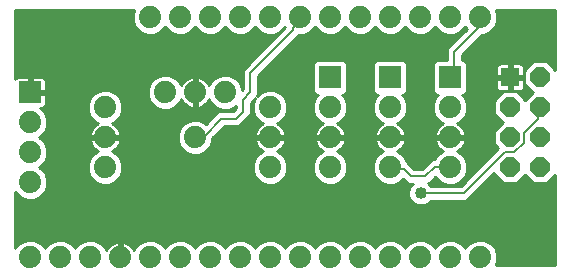
<source format=gbl>
G75*
%MOIN*%
%OFA0B0*%
%FSLAX25Y25*%
%IPPOS*%
%LPD*%
%AMOC8*
5,1,8,0,0,1.08239X$1,22.5*
%
%ADD10C,0.07400*%
%ADD11R,0.07400X0.07400*%
%ADD12R,0.06400X0.06400*%
%ADD13OC8,0.06400*%
%ADD14C,0.01000*%
%ADD15C,0.00800*%
%ADD16C,0.04000*%
D10*
X0423333Y0015400D03*
X0433333Y0015400D03*
X0443333Y0015400D03*
X0453333Y0015400D03*
X0463333Y0015400D03*
X0473333Y0015400D03*
X0483333Y0015400D03*
X0493333Y0015400D03*
X0503333Y0015400D03*
X0513333Y0015400D03*
X0523333Y0015400D03*
X0533333Y0015400D03*
X0543333Y0015400D03*
X0553333Y0015400D03*
X0563333Y0015400D03*
X0573333Y0015400D03*
X0423333Y0040400D03*
X0448333Y0045400D03*
X0423333Y0050400D03*
X0448333Y0055400D03*
X0423333Y0060400D03*
X0448333Y0065400D03*
X0468333Y0070400D03*
X0478333Y0070400D03*
X0488333Y0070400D03*
X0503333Y0065400D03*
X0523333Y0065400D03*
X0543333Y0065400D03*
X0563333Y0065400D03*
X0563333Y0055400D03*
X0543333Y0055400D03*
X0523333Y0055400D03*
X0503333Y0055400D03*
X0478333Y0055400D03*
X0503333Y0045400D03*
X0523333Y0045400D03*
X0543333Y0045400D03*
X0563333Y0045400D03*
X0563333Y0095400D03*
X0553333Y0095400D03*
X0543333Y0095400D03*
X0533333Y0095400D03*
X0523333Y0095400D03*
X0513333Y0095400D03*
X0503333Y0095400D03*
X0493333Y0095400D03*
X0483333Y0095400D03*
X0473333Y0095400D03*
X0463333Y0095400D03*
X0573333Y0095400D03*
D11*
X0563333Y0075400D03*
X0543333Y0075400D03*
X0523333Y0075400D03*
X0423333Y0070400D03*
D12*
X0583333Y0075400D03*
D13*
X0593333Y0075400D03*
X0593333Y0065400D03*
X0583333Y0065400D03*
X0583333Y0055400D03*
X0593333Y0055400D03*
X0593333Y0045400D03*
X0583333Y0045400D03*
D14*
X0418333Y0037315D02*
X0418333Y0018485D01*
X0418416Y0018685D01*
X0420048Y0020317D01*
X0422180Y0021200D01*
X0424487Y0021200D01*
X0426619Y0020317D01*
X0428250Y0018685D01*
X0428333Y0018485D01*
X0428416Y0018685D01*
X0430048Y0020317D01*
X0432180Y0021200D01*
X0434487Y0021200D01*
X0436619Y0020317D01*
X0438250Y0018685D01*
X0438333Y0018485D01*
X0438416Y0018685D01*
X0440048Y0020317D01*
X0442180Y0021200D01*
X0444487Y0021200D01*
X0446619Y0020317D01*
X0448250Y0018685D01*
X0448663Y0017688D01*
X0448886Y0018125D01*
X0449367Y0018788D01*
X0449946Y0019366D01*
X0450608Y0019847D01*
X0451337Y0020219D01*
X0452116Y0020472D01*
X0452833Y0020586D01*
X0452833Y0015900D01*
X0453833Y0015900D01*
X0453833Y0020586D01*
X0454551Y0020472D01*
X0455329Y0020219D01*
X0456059Y0019847D01*
X0456721Y0019366D01*
X0457300Y0018788D01*
X0457781Y0018125D01*
X0458003Y0017688D01*
X0458416Y0018685D01*
X0460048Y0020317D01*
X0462180Y0021200D01*
X0464487Y0021200D01*
X0466619Y0020317D01*
X0468250Y0018685D01*
X0468333Y0018485D01*
X0468416Y0018685D01*
X0470048Y0020317D01*
X0472180Y0021200D01*
X0474487Y0021200D01*
X0476619Y0020317D01*
X0478250Y0018685D01*
X0478333Y0018485D01*
X0478416Y0018685D01*
X0480048Y0020317D01*
X0482180Y0021200D01*
X0484487Y0021200D01*
X0486619Y0020317D01*
X0488250Y0018685D01*
X0488333Y0018485D01*
X0488416Y0018685D01*
X0490048Y0020317D01*
X0492180Y0021200D01*
X0494487Y0021200D01*
X0496619Y0020317D01*
X0498250Y0018685D01*
X0498333Y0018485D01*
X0498416Y0018685D01*
X0500048Y0020317D01*
X0502180Y0021200D01*
X0504487Y0021200D01*
X0506619Y0020317D01*
X0508250Y0018685D01*
X0508333Y0018485D01*
X0508416Y0018685D01*
X0510048Y0020317D01*
X0512180Y0021200D01*
X0514487Y0021200D01*
X0516619Y0020317D01*
X0518250Y0018685D01*
X0518333Y0018485D01*
X0518416Y0018685D01*
X0520048Y0020317D01*
X0522180Y0021200D01*
X0524487Y0021200D01*
X0526619Y0020317D01*
X0528250Y0018685D01*
X0528333Y0018485D01*
X0528416Y0018685D01*
X0530048Y0020317D01*
X0532180Y0021200D01*
X0534487Y0021200D01*
X0536619Y0020317D01*
X0538250Y0018685D01*
X0538333Y0018485D01*
X0538416Y0018685D01*
X0540048Y0020317D01*
X0542180Y0021200D01*
X0544487Y0021200D01*
X0546619Y0020317D01*
X0548250Y0018685D01*
X0548333Y0018485D01*
X0548416Y0018685D01*
X0550048Y0020317D01*
X0552180Y0021200D01*
X0554487Y0021200D01*
X0556619Y0020317D01*
X0558250Y0018685D01*
X0558333Y0018485D01*
X0558416Y0018685D01*
X0560048Y0020317D01*
X0562180Y0021200D01*
X0564487Y0021200D01*
X0566619Y0020317D01*
X0568250Y0018685D01*
X0568333Y0018485D01*
X0568416Y0018685D01*
X0570048Y0020317D01*
X0572180Y0021200D01*
X0574487Y0021200D01*
X0576619Y0020317D01*
X0578250Y0018685D01*
X0579133Y0016554D01*
X0579133Y0014246D01*
X0578534Y0012800D01*
X0598333Y0012800D01*
X0598333Y0042905D01*
X0595529Y0040100D01*
X0591138Y0040100D01*
X0588333Y0042905D01*
X0585529Y0040100D01*
X0581138Y0040100D01*
X0578033Y0043205D01*
X0578033Y0043364D01*
X0570053Y0035384D01*
X0569349Y0034681D01*
X0568431Y0034300D01*
X0556832Y0034300D01*
X0555856Y0033324D01*
X0554349Y0032700D01*
X0552718Y0032700D01*
X0551211Y0033324D01*
X0550058Y0034478D01*
X0549433Y0035984D01*
X0549433Y0037616D01*
X0550058Y0039122D01*
X0550835Y0039900D01*
X0549836Y0039900D01*
X0548917Y0040281D01*
X0547667Y0041531D01*
X0546619Y0040483D01*
X0544487Y0039600D01*
X0542180Y0039600D01*
X0540048Y0040483D01*
X0538416Y0042115D01*
X0537533Y0044246D01*
X0537533Y0046554D01*
X0538416Y0048685D01*
X0540048Y0050317D01*
X0541045Y0050730D01*
X0540608Y0050953D01*
X0539946Y0051434D01*
X0539367Y0052012D01*
X0538886Y0052675D01*
X0538514Y0053404D01*
X0538261Y0054182D01*
X0538148Y0054900D01*
X0542833Y0054900D01*
X0542833Y0055900D01*
X0538148Y0055900D01*
X0538261Y0056618D01*
X0538514Y0057396D01*
X0538886Y0058125D01*
X0539367Y0058788D01*
X0539946Y0059366D01*
X0540608Y0059847D01*
X0541045Y0060070D01*
X0540048Y0060483D01*
X0538416Y0062115D01*
X0537533Y0064246D01*
X0537533Y0066554D01*
X0538416Y0068685D01*
X0539331Y0069600D01*
X0538763Y0069600D01*
X0537533Y0070830D01*
X0537533Y0079970D01*
X0538763Y0081200D01*
X0547903Y0081200D01*
X0549133Y0079970D01*
X0549133Y0070830D01*
X0547903Y0069600D01*
X0547336Y0069600D01*
X0548250Y0068685D01*
X0549133Y0066554D01*
X0549133Y0064246D01*
X0548250Y0062115D01*
X0546619Y0060483D01*
X0545622Y0060070D01*
X0546059Y0059847D01*
X0546721Y0059366D01*
X0547300Y0058788D01*
X0547781Y0058125D01*
X0548152Y0057396D01*
X0548405Y0056618D01*
X0548519Y0055900D01*
X0543833Y0055900D01*
X0543833Y0054900D01*
X0548519Y0054900D01*
X0548405Y0054182D01*
X0548152Y0053404D01*
X0547781Y0052675D01*
X0547300Y0052012D01*
X0546721Y0051434D01*
X0546059Y0050953D01*
X0545622Y0050730D01*
X0546619Y0050317D01*
X0548250Y0048685D01*
X0548906Y0047103D01*
X0549349Y0046919D01*
X0550053Y0046216D01*
X0551369Y0044900D01*
X0554098Y0044900D01*
X0556917Y0047719D01*
X0557836Y0048100D01*
X0558174Y0048100D01*
X0558416Y0048685D01*
X0560048Y0050317D01*
X0561045Y0050730D01*
X0560608Y0050953D01*
X0559946Y0051434D01*
X0559367Y0052012D01*
X0558886Y0052675D01*
X0558514Y0053404D01*
X0558261Y0054182D01*
X0558148Y0054900D01*
X0562833Y0054900D01*
X0562833Y0055900D01*
X0558148Y0055900D01*
X0558261Y0056618D01*
X0558514Y0057396D01*
X0558886Y0058125D01*
X0559367Y0058788D01*
X0559946Y0059366D01*
X0560608Y0059847D01*
X0561045Y0060070D01*
X0560048Y0060483D01*
X0558416Y0062115D01*
X0557533Y0064246D01*
X0557533Y0066554D01*
X0558416Y0068685D01*
X0559331Y0069600D01*
X0558763Y0069600D01*
X0557533Y0070830D01*
X0557533Y0079970D01*
X0558763Y0081200D01*
X0562233Y0081200D01*
X0562233Y0084497D01*
X0562614Y0085416D01*
X0563317Y0086119D01*
X0568864Y0091667D01*
X0568416Y0092115D01*
X0568333Y0092315D01*
X0568250Y0092115D01*
X0566619Y0090483D01*
X0564487Y0089600D01*
X0562180Y0089600D01*
X0560048Y0090483D01*
X0558416Y0092115D01*
X0558333Y0092315D01*
X0558250Y0092115D01*
X0556619Y0090483D01*
X0554487Y0089600D01*
X0552180Y0089600D01*
X0550048Y0090483D01*
X0548416Y0092115D01*
X0548333Y0092315D01*
X0548250Y0092115D01*
X0546619Y0090483D01*
X0544487Y0089600D01*
X0542180Y0089600D01*
X0540048Y0090483D01*
X0538416Y0092115D01*
X0538333Y0092315D01*
X0538250Y0092115D01*
X0536619Y0090483D01*
X0534487Y0089600D01*
X0532180Y0089600D01*
X0530048Y0090483D01*
X0528416Y0092115D01*
X0528333Y0092315D01*
X0528250Y0092115D01*
X0526619Y0090483D01*
X0524487Y0089600D01*
X0522180Y0089600D01*
X0520048Y0090483D01*
X0518416Y0092115D01*
X0518333Y0092315D01*
X0518250Y0092115D01*
X0516619Y0090483D01*
X0514487Y0089600D01*
X0513069Y0089600D01*
X0512549Y0089081D01*
X0499233Y0075764D01*
X0499233Y0069903D01*
X0498950Y0069219D01*
X0500048Y0070317D01*
X0502180Y0071200D01*
X0504487Y0071200D01*
X0506619Y0070317D01*
X0508250Y0068685D01*
X0509133Y0066554D01*
X0509133Y0064246D01*
X0508250Y0062115D01*
X0506619Y0060483D01*
X0505622Y0060070D01*
X0506059Y0059847D01*
X0506721Y0059366D01*
X0507300Y0058788D01*
X0507781Y0058125D01*
X0508152Y0057396D01*
X0508405Y0056618D01*
X0508519Y0055900D01*
X0503833Y0055900D01*
X0503833Y0054900D01*
X0508519Y0054900D01*
X0508405Y0054182D01*
X0508152Y0053404D01*
X0507781Y0052675D01*
X0507300Y0052012D01*
X0506721Y0051434D01*
X0506059Y0050953D01*
X0505622Y0050730D01*
X0506619Y0050317D01*
X0508250Y0048685D01*
X0509133Y0046554D01*
X0509133Y0044246D01*
X0508250Y0042115D01*
X0506619Y0040483D01*
X0504487Y0039600D01*
X0502180Y0039600D01*
X0500048Y0040483D01*
X0498416Y0042115D01*
X0497533Y0044246D01*
X0497533Y0046554D01*
X0498416Y0048685D01*
X0500048Y0050317D01*
X0501045Y0050730D01*
X0500608Y0050953D01*
X0499946Y0051434D01*
X0499367Y0052012D01*
X0498886Y0052675D01*
X0498514Y0053404D01*
X0498261Y0054182D01*
X0498148Y0054900D01*
X0502833Y0054900D01*
X0502833Y0055900D01*
X0498148Y0055900D01*
X0498261Y0056618D01*
X0498514Y0057396D01*
X0498886Y0058125D01*
X0499367Y0058788D01*
X0499946Y0059366D01*
X0500608Y0059847D01*
X0501045Y0060070D01*
X0500048Y0060483D01*
X0498416Y0062115D01*
X0497533Y0064246D01*
X0497533Y0066554D01*
X0498319Y0068450D01*
X0498149Y0068281D01*
X0496833Y0066964D01*
X0496833Y0063503D01*
X0496453Y0062584D01*
X0495749Y0061881D01*
X0493349Y0059481D01*
X0492431Y0059100D01*
X0488169Y0059100D01*
X0484133Y0055064D01*
X0484133Y0054246D01*
X0483250Y0052115D01*
X0481619Y0050483D01*
X0479487Y0049600D01*
X0477180Y0049600D01*
X0475048Y0050483D01*
X0473416Y0052115D01*
X0472533Y0054246D01*
X0472533Y0056554D01*
X0473416Y0058685D01*
X0475048Y0060317D01*
X0477180Y0061200D01*
X0479487Y0061200D01*
X0481619Y0060317D01*
X0481967Y0059969D01*
X0485014Y0063016D01*
X0485014Y0063016D01*
X0485717Y0063719D01*
X0486636Y0064100D01*
X0490898Y0064100D01*
X0491833Y0065036D01*
X0491833Y0065698D01*
X0491619Y0065483D01*
X0489487Y0064600D01*
X0487180Y0064600D01*
X0485048Y0065483D01*
X0483416Y0067115D01*
X0483003Y0068112D01*
X0482781Y0067675D01*
X0482300Y0067012D01*
X0481721Y0066434D01*
X0481059Y0065953D01*
X0480329Y0065581D01*
X0479551Y0065328D01*
X0478833Y0065214D01*
X0478833Y0069900D01*
X0477833Y0069900D01*
X0477833Y0065214D01*
X0477116Y0065328D01*
X0476337Y0065581D01*
X0475608Y0065953D01*
X0474946Y0066434D01*
X0474367Y0067012D01*
X0473886Y0067675D01*
X0473663Y0068112D01*
X0473250Y0067115D01*
X0471619Y0065483D01*
X0469487Y0064600D01*
X0467180Y0064600D01*
X0465048Y0065483D01*
X0463416Y0067115D01*
X0462533Y0069246D01*
X0462533Y0071554D01*
X0463416Y0073685D01*
X0465048Y0075317D01*
X0467180Y0076200D01*
X0469487Y0076200D01*
X0471619Y0075317D01*
X0473250Y0073685D01*
X0473663Y0072688D01*
X0473886Y0073125D01*
X0474367Y0073788D01*
X0474946Y0074366D01*
X0475608Y0074847D01*
X0476337Y0075219D01*
X0477116Y0075472D01*
X0477833Y0075586D01*
X0477833Y0070900D01*
X0478833Y0070900D01*
X0478833Y0075586D01*
X0479551Y0075472D01*
X0480329Y0075219D01*
X0481059Y0074847D01*
X0481721Y0074366D01*
X0482300Y0073788D01*
X0482781Y0073125D01*
X0483003Y0072688D01*
X0483416Y0073685D01*
X0485048Y0075317D01*
X0487180Y0076200D01*
X0489487Y0076200D01*
X0491619Y0075317D01*
X0493250Y0073685D01*
X0494133Y0071554D01*
X0494133Y0071336D01*
X0494233Y0071436D01*
X0494233Y0077297D01*
X0494614Y0078216D01*
X0508464Y0092067D01*
X0508416Y0092115D01*
X0508333Y0092315D01*
X0508250Y0092115D01*
X0506619Y0090483D01*
X0504487Y0089600D01*
X0502180Y0089600D01*
X0500048Y0090483D01*
X0498416Y0092115D01*
X0498333Y0092315D01*
X0498250Y0092115D01*
X0496619Y0090483D01*
X0494487Y0089600D01*
X0492180Y0089600D01*
X0490048Y0090483D01*
X0488416Y0092115D01*
X0488333Y0092315D01*
X0488250Y0092115D01*
X0486619Y0090483D01*
X0484487Y0089600D01*
X0482180Y0089600D01*
X0480048Y0090483D01*
X0478416Y0092115D01*
X0478333Y0092315D01*
X0478250Y0092115D01*
X0476619Y0090483D01*
X0474487Y0089600D01*
X0472180Y0089600D01*
X0470048Y0090483D01*
X0468416Y0092115D01*
X0468333Y0092315D01*
X0468250Y0092115D01*
X0466619Y0090483D01*
X0464487Y0089600D01*
X0462180Y0089600D01*
X0460048Y0090483D01*
X0458416Y0092115D01*
X0457533Y0094246D01*
X0457533Y0096554D01*
X0458132Y0098000D01*
X0418333Y0098000D01*
X0418333Y0074848D01*
X0418433Y0075021D01*
X0418712Y0075300D01*
X0419054Y0075498D01*
X0419436Y0075600D01*
X0422833Y0075600D01*
X0422833Y0070900D01*
X0423833Y0070900D01*
X0423833Y0075600D01*
X0427231Y0075600D01*
X0427612Y0075498D01*
X0427954Y0075300D01*
X0428234Y0075021D01*
X0428431Y0074679D01*
X0428533Y0074297D01*
X0428533Y0070900D01*
X0423833Y0070900D01*
X0423833Y0069900D01*
X0428533Y0069900D01*
X0428533Y0066503D01*
X0428431Y0066121D01*
X0428234Y0065779D01*
X0427954Y0065500D01*
X0427612Y0065302D01*
X0427231Y0065200D01*
X0426736Y0065200D01*
X0428250Y0063685D01*
X0429133Y0061554D01*
X0429133Y0059246D01*
X0428250Y0057115D01*
X0426619Y0055483D01*
X0426418Y0055400D01*
X0426619Y0055317D01*
X0428250Y0053685D01*
X0429133Y0051554D01*
X0429133Y0049246D01*
X0428250Y0047115D01*
X0426619Y0045483D01*
X0426418Y0045400D01*
X0426619Y0045317D01*
X0428250Y0043685D01*
X0429133Y0041554D01*
X0429133Y0039246D01*
X0428250Y0037115D01*
X0426619Y0035483D01*
X0424487Y0034600D01*
X0422180Y0034600D01*
X0420048Y0035483D01*
X0418416Y0037115D01*
X0418333Y0037315D01*
X0418333Y0036361D02*
X0419170Y0036361D01*
X0418333Y0035363D02*
X0420338Y0035363D01*
X0418333Y0034364D02*
X0550171Y0034364D01*
X0549691Y0035363D02*
X0426329Y0035363D01*
X0427497Y0036361D02*
X0549433Y0036361D01*
X0549433Y0037360D02*
X0428352Y0037360D01*
X0428766Y0038358D02*
X0549741Y0038358D01*
X0550292Y0039357D02*
X0429133Y0039357D01*
X0429133Y0040355D02*
X0445356Y0040355D01*
X0445048Y0040483D02*
X0447180Y0039600D01*
X0449487Y0039600D01*
X0451619Y0040483D01*
X0453250Y0042115D01*
X0454133Y0044246D01*
X0454133Y0046554D01*
X0453250Y0048685D01*
X0451619Y0050317D01*
X0450622Y0050730D01*
X0451059Y0050953D01*
X0451721Y0051434D01*
X0452300Y0052012D01*
X0452781Y0052675D01*
X0453152Y0053404D01*
X0453405Y0054182D01*
X0453519Y0054900D01*
X0448833Y0054900D01*
X0448833Y0055900D01*
X0453519Y0055900D01*
X0453405Y0056618D01*
X0453152Y0057396D01*
X0452781Y0058125D01*
X0452300Y0058788D01*
X0451721Y0059366D01*
X0451059Y0059847D01*
X0450622Y0060070D01*
X0451619Y0060483D01*
X0453250Y0062115D01*
X0454133Y0064246D01*
X0454133Y0066554D01*
X0453250Y0068685D01*
X0451619Y0070317D01*
X0449487Y0071200D01*
X0447180Y0071200D01*
X0445048Y0070317D01*
X0443416Y0068685D01*
X0442533Y0066554D01*
X0442533Y0064246D01*
X0443416Y0062115D01*
X0445048Y0060483D01*
X0446045Y0060070D01*
X0445608Y0059847D01*
X0444946Y0059366D01*
X0444367Y0058788D01*
X0443886Y0058125D01*
X0443514Y0057396D01*
X0443261Y0056618D01*
X0443148Y0055900D01*
X0447833Y0055900D01*
X0447833Y0054900D01*
X0443148Y0054900D01*
X0443261Y0054182D01*
X0443514Y0053404D01*
X0443886Y0052675D01*
X0444367Y0052012D01*
X0444946Y0051434D01*
X0445608Y0050953D01*
X0446045Y0050730D01*
X0445048Y0050317D01*
X0443416Y0048685D01*
X0442533Y0046554D01*
X0442533Y0044246D01*
X0443416Y0042115D01*
X0445048Y0040483D01*
X0444177Y0041354D02*
X0429133Y0041354D01*
X0428802Y0042352D02*
X0443318Y0042352D01*
X0442904Y0043351D02*
X0428389Y0043351D01*
X0427586Y0044349D02*
X0442533Y0044349D01*
X0442533Y0045348D02*
X0426544Y0045348D01*
X0427482Y0046346D02*
X0442533Y0046346D01*
X0442861Y0047345D02*
X0428346Y0047345D01*
X0428759Y0048343D02*
X0443275Y0048343D01*
X0444073Y0049342D02*
X0429133Y0049342D01*
X0429133Y0050340D02*
X0445105Y0050340D01*
X0445076Y0051339D02*
X0429133Y0051339D01*
X0428809Y0052337D02*
X0444131Y0052337D01*
X0443549Y0053336D02*
X0428395Y0053336D01*
X0427601Y0054334D02*
X0443237Y0054334D01*
X0447833Y0055333D02*
X0426580Y0055333D01*
X0427467Y0056332D02*
X0443216Y0056332D01*
X0443493Y0057330D02*
X0428340Y0057330D01*
X0428753Y0058329D02*
X0444033Y0058329D01*
X0444906Y0059327D02*
X0429133Y0059327D01*
X0429133Y0060326D02*
X0445428Y0060326D01*
X0444207Y0061324D02*
X0429133Y0061324D01*
X0428815Y0062323D02*
X0443330Y0062323D01*
X0442917Y0063321D02*
X0428401Y0063321D01*
X0427616Y0064320D02*
X0442533Y0064320D01*
X0442533Y0065318D02*
X0427640Y0065318D01*
X0428484Y0066317D02*
X0442533Y0066317D01*
X0442849Y0067315D02*
X0428533Y0067315D01*
X0428533Y0068314D02*
X0443262Y0068314D01*
X0444043Y0069312D02*
X0428533Y0069312D01*
X0428533Y0071309D02*
X0462533Y0071309D01*
X0462533Y0070311D02*
X0451625Y0070311D01*
X0452624Y0069312D02*
X0462533Y0069312D01*
X0462920Y0068314D02*
X0453404Y0068314D01*
X0453818Y0067315D02*
X0463333Y0067315D01*
X0464214Y0066317D02*
X0454133Y0066317D01*
X0454133Y0065318D02*
X0465446Y0065318D01*
X0471221Y0065318D02*
X0477178Y0065318D01*
X0477833Y0065318D02*
X0478833Y0065318D01*
X0479488Y0065318D02*
X0485446Y0065318D01*
X0484214Y0066317D02*
X0481560Y0066317D01*
X0482520Y0067315D02*
X0483333Y0067315D01*
X0478833Y0067315D02*
X0477833Y0067315D01*
X0477833Y0066317D02*
X0478833Y0066317D01*
X0475107Y0066317D02*
X0472452Y0066317D01*
X0473333Y0067315D02*
X0474147Y0067315D01*
X0477833Y0068314D02*
X0478833Y0068314D01*
X0478833Y0069312D02*
X0477833Y0069312D01*
X0477833Y0071309D02*
X0478833Y0071309D01*
X0478833Y0072308D02*
X0477833Y0072308D01*
X0477833Y0073306D02*
X0478833Y0073306D01*
X0478833Y0074305D02*
X0477833Y0074305D01*
X0477833Y0075303D02*
X0478833Y0075303D01*
X0480070Y0075303D02*
X0485034Y0075303D01*
X0484036Y0074305D02*
X0481782Y0074305D01*
X0482649Y0073306D02*
X0483259Y0073306D01*
X0492631Y0074305D02*
X0494233Y0074305D01*
X0494233Y0075303D02*
X0491633Y0075303D01*
X0494233Y0076302D02*
X0418333Y0076302D01*
X0418333Y0077300D02*
X0494235Y0077300D01*
X0494697Y0078299D02*
X0418333Y0078299D01*
X0418333Y0079297D02*
X0495695Y0079297D01*
X0496694Y0080296D02*
X0418333Y0080296D01*
X0418333Y0081294D02*
X0497692Y0081294D01*
X0498691Y0082293D02*
X0418333Y0082293D01*
X0418333Y0083291D02*
X0499689Y0083291D01*
X0500688Y0084290D02*
X0418333Y0084290D01*
X0418333Y0085288D02*
X0501686Y0085288D01*
X0502685Y0086287D02*
X0418333Y0086287D01*
X0418333Y0087285D02*
X0503683Y0087285D01*
X0504682Y0088284D02*
X0418333Y0088284D01*
X0418333Y0089282D02*
X0505680Y0089282D01*
X0506131Y0090281D02*
X0506679Y0090281D01*
X0507415Y0091279D02*
X0507677Y0091279D01*
X0508318Y0092278D02*
X0508349Y0092278D01*
X0517415Y0091279D02*
X0519251Y0091279D01*
X0518349Y0092278D02*
X0518318Y0092278D01*
X0527415Y0091279D02*
X0529251Y0091279D01*
X0528349Y0092278D02*
X0528318Y0092278D01*
X0526131Y0090281D02*
X0530536Y0090281D01*
X0536131Y0090281D02*
X0540536Y0090281D01*
X0539251Y0091279D02*
X0537415Y0091279D01*
X0538318Y0092278D02*
X0538349Y0092278D01*
X0547415Y0091279D02*
X0549251Y0091279D01*
X0548349Y0092278D02*
X0548318Y0092278D01*
X0546131Y0090281D02*
X0550536Y0090281D01*
X0556131Y0090281D02*
X0560536Y0090281D01*
X0559251Y0091279D02*
X0557415Y0091279D01*
X0558318Y0092278D02*
X0558349Y0092278D01*
X0566131Y0090281D02*
X0567479Y0090281D01*
X0567415Y0091279D02*
X0568477Y0091279D01*
X0568349Y0092278D02*
X0568318Y0092278D01*
X0576619Y0090483D02*
X0578250Y0092115D01*
X0579133Y0094246D01*
X0579133Y0096554D01*
X0578534Y0098000D01*
X0598333Y0098000D01*
X0598333Y0077895D01*
X0595529Y0080700D01*
X0591138Y0080700D01*
X0588033Y0077595D01*
X0588033Y0073205D01*
X0590838Y0070400D01*
X0588333Y0067895D01*
X0585529Y0070700D01*
X0581138Y0070700D01*
X0578033Y0067595D01*
X0578033Y0063205D01*
X0580838Y0060400D01*
X0578033Y0057595D01*
X0578033Y0053205D01*
X0579418Y0051820D01*
X0566898Y0039300D01*
X0556832Y0039300D01*
X0556056Y0040076D01*
X0556549Y0040281D01*
X0557253Y0040984D01*
X0558407Y0042138D01*
X0558416Y0042115D01*
X0560048Y0040483D01*
X0562180Y0039600D01*
X0564487Y0039600D01*
X0566619Y0040483D01*
X0568250Y0042115D01*
X0569133Y0044246D01*
X0569133Y0046554D01*
X0568250Y0048685D01*
X0566619Y0050317D01*
X0565622Y0050730D01*
X0566059Y0050953D01*
X0566721Y0051434D01*
X0567300Y0052012D01*
X0567781Y0052675D01*
X0568152Y0053404D01*
X0568405Y0054182D01*
X0568519Y0054900D01*
X0563833Y0054900D01*
X0563833Y0055900D01*
X0568519Y0055900D01*
X0568405Y0056618D01*
X0568152Y0057396D01*
X0567781Y0058125D01*
X0567300Y0058788D01*
X0566721Y0059366D01*
X0566059Y0059847D01*
X0565622Y0060070D01*
X0566619Y0060483D01*
X0568250Y0062115D01*
X0569133Y0064246D01*
X0569133Y0066554D01*
X0568250Y0068685D01*
X0567336Y0069600D01*
X0567903Y0069600D01*
X0569133Y0070830D01*
X0569133Y0079970D01*
X0567903Y0081200D01*
X0567233Y0081200D01*
X0567233Y0082964D01*
X0573869Y0089600D01*
X0574487Y0089600D01*
X0576619Y0090483D01*
X0576131Y0090281D02*
X0598333Y0090281D01*
X0598333Y0091279D02*
X0577415Y0091279D01*
X0578318Y0092278D02*
X0598333Y0092278D01*
X0598333Y0093276D02*
X0578732Y0093276D01*
X0579133Y0094275D02*
X0598333Y0094275D01*
X0598333Y0095273D02*
X0579133Y0095273D01*
X0579133Y0096272D02*
X0598333Y0096272D01*
X0598333Y0097270D02*
X0578836Y0097270D01*
X0573551Y0089282D02*
X0598333Y0089282D01*
X0598333Y0088284D02*
X0572553Y0088284D01*
X0571554Y0087285D02*
X0598333Y0087285D01*
X0598333Y0086287D02*
X0570556Y0086287D01*
X0569557Y0085288D02*
X0598333Y0085288D01*
X0598333Y0084290D02*
X0568559Y0084290D01*
X0567560Y0083291D02*
X0598333Y0083291D01*
X0598333Y0082293D02*
X0567233Y0082293D01*
X0567233Y0081294D02*
X0598333Y0081294D01*
X0598333Y0080296D02*
X0595933Y0080296D01*
X0596931Y0079297D02*
X0598333Y0079297D01*
X0598333Y0078299D02*
X0597930Y0078299D01*
X0590734Y0080296D02*
X0568807Y0080296D01*
X0569133Y0079297D02*
X0578804Y0079297D01*
X0578736Y0079179D02*
X0578633Y0078797D01*
X0578633Y0075900D01*
X0582833Y0075900D01*
X0582833Y0074900D01*
X0578633Y0074900D01*
X0578633Y0072003D01*
X0578736Y0071621D01*
X0578933Y0071279D01*
X0579212Y0071000D01*
X0579554Y0070802D01*
X0579936Y0070700D01*
X0582833Y0070700D01*
X0582833Y0074900D01*
X0583833Y0074900D01*
X0583833Y0070700D01*
X0586731Y0070700D01*
X0587112Y0070802D01*
X0587454Y0071000D01*
X0587734Y0071279D01*
X0587931Y0071621D01*
X0588033Y0072003D01*
X0588033Y0074900D01*
X0583833Y0074900D01*
X0583833Y0075900D01*
X0582833Y0075900D01*
X0582833Y0080100D01*
X0579936Y0080100D01*
X0579554Y0079998D01*
X0579212Y0079800D01*
X0578933Y0079521D01*
X0578736Y0079179D01*
X0578633Y0078299D02*
X0569133Y0078299D01*
X0569133Y0077300D02*
X0578633Y0077300D01*
X0578633Y0076302D02*
X0569133Y0076302D01*
X0569133Y0075303D02*
X0582833Y0075303D01*
X0582833Y0074305D02*
X0583833Y0074305D01*
X0583833Y0075303D02*
X0588033Y0075303D01*
X0588033Y0075900D02*
X0583833Y0075900D01*
X0583833Y0080100D01*
X0586731Y0080100D01*
X0587112Y0079998D01*
X0587454Y0079800D01*
X0587734Y0079521D01*
X0587931Y0079179D01*
X0588033Y0078797D01*
X0588033Y0075900D01*
X0588033Y0076302D02*
X0588033Y0076302D01*
X0588033Y0077300D02*
X0588033Y0077300D01*
X0588033Y0078299D02*
X0588737Y0078299D01*
X0587863Y0079297D02*
X0589735Y0079297D01*
X0583833Y0079297D02*
X0582833Y0079297D01*
X0582833Y0078299D02*
X0583833Y0078299D01*
X0583833Y0077300D02*
X0582833Y0077300D01*
X0582833Y0076302D02*
X0583833Y0076302D01*
X0588033Y0074305D02*
X0588033Y0074305D01*
X0588033Y0073306D02*
X0588033Y0073306D01*
X0588033Y0072308D02*
X0588930Y0072308D01*
X0589929Y0071309D02*
X0587751Y0071309D01*
X0585918Y0070311D02*
X0590749Y0070311D01*
X0589750Y0069312D02*
X0586916Y0069312D01*
X0587915Y0068314D02*
X0588752Y0068314D01*
X0580749Y0070311D02*
X0568614Y0070311D01*
X0569133Y0071309D02*
X0578916Y0071309D01*
X0578633Y0072308D02*
X0569133Y0072308D01*
X0569133Y0073306D02*
X0578633Y0073306D01*
X0578633Y0074305D02*
X0569133Y0074305D01*
X0557533Y0074305D02*
X0549133Y0074305D01*
X0549133Y0075303D02*
X0557533Y0075303D01*
X0557533Y0076302D02*
X0549133Y0076302D01*
X0549133Y0077300D02*
X0557533Y0077300D01*
X0557533Y0078299D02*
X0549133Y0078299D01*
X0549133Y0079297D02*
X0557533Y0079297D01*
X0557859Y0080296D02*
X0548807Y0080296D01*
X0537859Y0080296D02*
X0528807Y0080296D01*
X0529133Y0079970D02*
X0527903Y0081200D01*
X0518763Y0081200D01*
X0517533Y0079970D01*
X0517533Y0070830D01*
X0518763Y0069600D01*
X0519331Y0069600D01*
X0518416Y0068685D01*
X0517533Y0066554D01*
X0517533Y0064246D01*
X0518416Y0062115D01*
X0520048Y0060483D01*
X0521045Y0060070D01*
X0520608Y0059847D01*
X0519946Y0059366D01*
X0519367Y0058788D01*
X0518886Y0058125D01*
X0518514Y0057396D01*
X0518261Y0056618D01*
X0518148Y0055900D01*
X0522833Y0055900D01*
X0522833Y0054900D01*
X0518148Y0054900D01*
X0518261Y0054182D01*
X0518514Y0053404D01*
X0518886Y0052675D01*
X0519367Y0052012D01*
X0519946Y0051434D01*
X0520608Y0050953D01*
X0521045Y0050730D01*
X0520048Y0050317D01*
X0518416Y0048685D01*
X0517533Y0046554D01*
X0517533Y0044246D01*
X0518416Y0042115D01*
X0520048Y0040483D01*
X0522180Y0039600D01*
X0524487Y0039600D01*
X0526619Y0040483D01*
X0528250Y0042115D01*
X0529133Y0044246D01*
X0529133Y0046554D01*
X0528250Y0048685D01*
X0526619Y0050317D01*
X0525622Y0050730D01*
X0526059Y0050953D01*
X0526721Y0051434D01*
X0527300Y0052012D01*
X0527781Y0052675D01*
X0528152Y0053404D01*
X0528405Y0054182D01*
X0528519Y0054900D01*
X0523833Y0054900D01*
X0523833Y0055900D01*
X0528519Y0055900D01*
X0528405Y0056618D01*
X0528152Y0057396D01*
X0527781Y0058125D01*
X0527300Y0058788D01*
X0526721Y0059366D01*
X0526059Y0059847D01*
X0525622Y0060070D01*
X0526619Y0060483D01*
X0528250Y0062115D01*
X0529133Y0064246D01*
X0529133Y0066554D01*
X0528250Y0068685D01*
X0527336Y0069600D01*
X0527903Y0069600D01*
X0529133Y0070830D01*
X0529133Y0079970D01*
X0529133Y0079297D02*
X0537533Y0079297D01*
X0537533Y0078299D02*
X0529133Y0078299D01*
X0529133Y0077300D02*
X0537533Y0077300D01*
X0537533Y0076302D02*
X0529133Y0076302D01*
X0529133Y0075303D02*
X0537533Y0075303D01*
X0537533Y0074305D02*
X0529133Y0074305D01*
X0529133Y0073306D02*
X0537533Y0073306D01*
X0537533Y0072308D02*
X0529133Y0072308D01*
X0529133Y0071309D02*
X0537533Y0071309D01*
X0538053Y0070311D02*
X0528614Y0070311D01*
X0527624Y0069312D02*
X0539043Y0069312D01*
X0538262Y0068314D02*
X0528404Y0068314D01*
X0528818Y0067315D02*
X0537849Y0067315D01*
X0537533Y0066317D02*
X0529133Y0066317D01*
X0529133Y0065318D02*
X0537533Y0065318D01*
X0537533Y0064320D02*
X0529133Y0064320D01*
X0528750Y0063321D02*
X0537917Y0063321D01*
X0538330Y0062323D02*
X0528336Y0062323D01*
X0527460Y0061324D02*
X0539207Y0061324D01*
X0540428Y0060326D02*
X0526239Y0060326D01*
X0526760Y0059327D02*
X0539906Y0059327D01*
X0539033Y0058329D02*
X0527633Y0058329D01*
X0528174Y0057330D02*
X0538493Y0057330D01*
X0538216Y0056332D02*
X0528451Y0056332D01*
X0523833Y0055333D02*
X0542833Y0055333D01*
X0543833Y0055333D02*
X0562833Y0055333D01*
X0563833Y0055333D02*
X0578033Y0055333D01*
X0578033Y0054334D02*
X0568429Y0054334D01*
X0568118Y0053336D02*
X0578033Y0053336D01*
X0578901Y0052337D02*
X0567536Y0052337D01*
X0566591Y0051339D02*
X0578937Y0051339D01*
X0577938Y0050340D02*
X0566562Y0050340D01*
X0567594Y0049342D02*
X0576940Y0049342D01*
X0575941Y0048343D02*
X0568392Y0048343D01*
X0568806Y0047345D02*
X0574943Y0047345D01*
X0573944Y0046346D02*
X0569133Y0046346D01*
X0569133Y0045348D02*
X0572946Y0045348D01*
X0571947Y0044349D02*
X0569133Y0044349D01*
X0568762Y0043351D02*
X0570949Y0043351D01*
X0569950Y0042352D02*
X0568349Y0042352D01*
X0568952Y0041354D02*
X0567490Y0041354D01*
X0567953Y0040355D02*
X0566311Y0040355D01*
X0566955Y0039357D02*
X0556775Y0039357D01*
X0556624Y0040355D02*
X0560356Y0040355D01*
X0559177Y0041354D02*
X0557623Y0041354D01*
X0548842Y0040355D02*
X0546311Y0040355D01*
X0547490Y0041354D02*
X0547844Y0041354D01*
X0540356Y0040355D02*
X0526311Y0040355D01*
X0527490Y0041354D02*
X0539177Y0041354D01*
X0538318Y0042352D02*
X0528349Y0042352D01*
X0528762Y0043351D02*
X0537904Y0043351D01*
X0537533Y0044349D02*
X0529133Y0044349D01*
X0529133Y0045348D02*
X0537533Y0045348D01*
X0537533Y0046346D02*
X0529133Y0046346D01*
X0528806Y0047345D02*
X0537861Y0047345D01*
X0538275Y0048343D02*
X0528392Y0048343D01*
X0527594Y0049342D02*
X0539073Y0049342D01*
X0540105Y0050340D02*
X0526562Y0050340D01*
X0526591Y0051339D02*
X0540076Y0051339D01*
X0539131Y0052337D02*
X0527536Y0052337D01*
X0528118Y0053336D02*
X0538549Y0053336D01*
X0538237Y0054334D02*
X0528429Y0054334D01*
X0522833Y0055333D02*
X0503833Y0055333D01*
X0502833Y0055333D02*
X0484402Y0055333D01*
X0484133Y0054334D02*
X0498237Y0054334D01*
X0498549Y0053336D02*
X0483756Y0053336D01*
X0483343Y0052337D02*
X0499131Y0052337D01*
X0500076Y0051339D02*
X0482475Y0051339D01*
X0481275Y0050340D02*
X0500105Y0050340D01*
X0499073Y0049342D02*
X0452594Y0049342D01*
X0453392Y0048343D02*
X0498275Y0048343D01*
X0497861Y0047345D02*
X0453806Y0047345D01*
X0454133Y0046346D02*
X0497533Y0046346D01*
X0497533Y0045348D02*
X0454133Y0045348D01*
X0454133Y0044349D02*
X0497533Y0044349D01*
X0497904Y0043351D02*
X0453762Y0043351D01*
X0453349Y0042352D02*
X0498318Y0042352D01*
X0499177Y0041354D02*
X0452490Y0041354D01*
X0451311Y0040355D02*
X0500356Y0040355D01*
X0506311Y0040355D02*
X0520356Y0040355D01*
X0519177Y0041354D02*
X0507490Y0041354D01*
X0508349Y0042352D02*
X0518318Y0042352D01*
X0517904Y0043351D02*
X0508762Y0043351D01*
X0509133Y0044349D02*
X0517533Y0044349D01*
X0517533Y0045348D02*
X0509133Y0045348D01*
X0509133Y0046346D02*
X0517533Y0046346D01*
X0517861Y0047345D02*
X0508806Y0047345D01*
X0508392Y0048343D02*
X0518275Y0048343D01*
X0519073Y0049342D02*
X0507594Y0049342D01*
X0506562Y0050340D02*
X0520105Y0050340D01*
X0520076Y0051339D02*
X0506591Y0051339D01*
X0507536Y0052337D02*
X0519131Y0052337D01*
X0518549Y0053336D02*
X0508118Y0053336D01*
X0508429Y0054334D02*
X0518237Y0054334D01*
X0518216Y0056332D02*
X0508451Y0056332D01*
X0508174Y0057330D02*
X0518493Y0057330D01*
X0519033Y0058329D02*
X0507633Y0058329D01*
X0506760Y0059327D02*
X0519906Y0059327D01*
X0520428Y0060326D02*
X0506239Y0060326D01*
X0507460Y0061324D02*
X0519207Y0061324D01*
X0518330Y0062323D02*
X0508336Y0062323D01*
X0508750Y0063321D02*
X0517917Y0063321D01*
X0517533Y0064320D02*
X0509133Y0064320D01*
X0509133Y0065318D02*
X0517533Y0065318D01*
X0517533Y0066317D02*
X0509133Y0066317D01*
X0508818Y0067315D02*
X0517849Y0067315D01*
X0518262Y0068314D02*
X0508404Y0068314D01*
X0507624Y0069312D02*
X0519043Y0069312D01*
X0518053Y0070311D02*
X0506625Y0070311D01*
X0500042Y0070311D02*
X0499233Y0070311D01*
X0499233Y0071309D02*
X0517533Y0071309D01*
X0517533Y0072308D02*
X0499233Y0072308D01*
X0499233Y0073306D02*
X0517533Y0073306D01*
X0517533Y0074305D02*
X0499233Y0074305D01*
X0499233Y0075303D02*
X0517533Y0075303D01*
X0517533Y0076302D02*
X0499771Y0076302D01*
X0500769Y0077300D02*
X0517533Y0077300D01*
X0517533Y0078299D02*
X0501768Y0078299D01*
X0502766Y0079297D02*
X0517533Y0079297D01*
X0517859Y0080296D02*
X0503765Y0080296D01*
X0504763Y0081294D02*
X0562233Y0081294D01*
X0562233Y0082293D02*
X0505762Y0082293D01*
X0506760Y0083291D02*
X0562233Y0083291D01*
X0562233Y0084290D02*
X0507759Y0084290D01*
X0508757Y0085288D02*
X0562561Y0085288D01*
X0563485Y0086287D02*
X0509756Y0086287D01*
X0510754Y0087285D02*
X0564483Y0087285D01*
X0565482Y0088284D02*
X0511753Y0088284D01*
X0512751Y0089282D02*
X0566480Y0089282D01*
X0520536Y0090281D02*
X0516131Y0090281D01*
X0500536Y0090281D02*
X0496131Y0090281D01*
X0497415Y0091279D02*
X0499251Y0091279D01*
X0498349Y0092278D02*
X0498318Y0092278D01*
X0489251Y0091279D02*
X0487415Y0091279D01*
X0488318Y0092278D02*
X0488349Y0092278D01*
X0490536Y0090281D02*
X0486131Y0090281D01*
X0480536Y0090281D02*
X0476131Y0090281D01*
X0477415Y0091279D02*
X0479251Y0091279D01*
X0478349Y0092278D02*
X0478318Y0092278D01*
X0470536Y0090281D02*
X0466131Y0090281D01*
X0467415Y0091279D02*
X0469251Y0091279D01*
X0468349Y0092278D02*
X0468318Y0092278D01*
X0459251Y0091279D02*
X0418333Y0091279D01*
X0418333Y0090281D02*
X0460536Y0090281D01*
X0458349Y0092278D02*
X0418333Y0092278D01*
X0418333Y0093276D02*
X0457935Y0093276D01*
X0457533Y0094275D02*
X0418333Y0094275D01*
X0418333Y0095273D02*
X0457533Y0095273D01*
X0457533Y0096272D02*
X0418333Y0096272D01*
X0418333Y0097270D02*
X0457830Y0097270D01*
X0465034Y0075303D02*
X0427949Y0075303D01*
X0428531Y0074305D02*
X0464036Y0074305D01*
X0463259Y0073306D02*
X0428533Y0073306D01*
X0428533Y0072308D02*
X0462846Y0072308D01*
X0472631Y0074305D02*
X0474884Y0074305D01*
X0474017Y0073306D02*
X0473407Y0073306D01*
X0471633Y0075303D02*
X0476596Y0075303D01*
X0493407Y0073306D02*
X0494233Y0073306D01*
X0494233Y0072308D02*
X0493821Y0072308D01*
X0498989Y0069312D02*
X0499043Y0069312D01*
X0498262Y0068314D02*
X0498183Y0068314D01*
X0497849Y0067315D02*
X0497184Y0067315D01*
X0496833Y0066317D02*
X0497533Y0066317D01*
X0497533Y0065318D02*
X0496833Y0065318D01*
X0496833Y0064320D02*
X0497533Y0064320D01*
X0497917Y0063321D02*
X0496758Y0063321D01*
X0496191Y0062323D02*
X0498330Y0062323D01*
X0499207Y0061324D02*
X0495193Y0061324D01*
X0494194Y0060326D02*
X0500428Y0060326D01*
X0499906Y0059327D02*
X0492979Y0059327D01*
X0487397Y0058329D02*
X0499033Y0058329D01*
X0498493Y0057330D02*
X0486399Y0057330D01*
X0485400Y0056332D02*
X0498216Y0056332D01*
X0482323Y0060326D02*
X0481598Y0060326D01*
X0483322Y0061324D02*
X0452460Y0061324D01*
X0453336Y0062323D02*
X0484320Y0062323D01*
X0485319Y0063321D02*
X0453750Y0063321D01*
X0454133Y0064320D02*
X0491117Y0064320D01*
X0491221Y0065318D02*
X0491833Y0065318D01*
X0475069Y0060326D02*
X0451239Y0060326D01*
X0451760Y0059327D02*
X0474058Y0059327D01*
X0473269Y0058329D02*
X0452633Y0058329D01*
X0453174Y0057330D02*
X0472855Y0057330D01*
X0472533Y0056332D02*
X0453451Y0056332D01*
X0448833Y0055333D02*
X0472533Y0055333D01*
X0472533Y0054334D02*
X0453429Y0054334D01*
X0453118Y0053336D02*
X0472910Y0053336D01*
X0473324Y0052337D02*
X0452536Y0052337D01*
X0451591Y0051339D02*
X0474192Y0051339D01*
X0475392Y0050340D02*
X0451562Y0050340D01*
X0546562Y0050340D02*
X0560105Y0050340D01*
X0560076Y0051339D02*
X0546591Y0051339D01*
X0547536Y0052337D02*
X0559131Y0052337D01*
X0558549Y0053336D02*
X0548118Y0053336D01*
X0548429Y0054334D02*
X0558237Y0054334D01*
X0558216Y0056332D02*
X0548451Y0056332D01*
X0548174Y0057330D02*
X0558493Y0057330D01*
X0559033Y0058329D02*
X0547633Y0058329D01*
X0546760Y0059327D02*
X0559906Y0059327D01*
X0560428Y0060326D02*
X0546239Y0060326D01*
X0547460Y0061324D02*
X0559207Y0061324D01*
X0558330Y0062323D02*
X0548336Y0062323D01*
X0548750Y0063321D02*
X0557917Y0063321D01*
X0557533Y0064320D02*
X0549133Y0064320D01*
X0549133Y0065318D02*
X0557533Y0065318D01*
X0557533Y0066317D02*
X0549133Y0066317D01*
X0548818Y0067315D02*
X0557849Y0067315D01*
X0558262Y0068314D02*
X0548404Y0068314D01*
X0547624Y0069312D02*
X0559043Y0069312D01*
X0558053Y0070311D02*
X0548614Y0070311D01*
X0549133Y0071309D02*
X0557533Y0071309D01*
X0557533Y0072308D02*
X0549133Y0072308D01*
X0549133Y0073306D02*
X0557533Y0073306D01*
X0567624Y0069312D02*
X0579750Y0069312D01*
X0578752Y0068314D02*
X0568404Y0068314D01*
X0568818Y0067315D02*
X0578033Y0067315D01*
X0578033Y0066317D02*
X0569133Y0066317D01*
X0569133Y0065318D02*
X0578033Y0065318D01*
X0578033Y0064320D02*
X0569133Y0064320D01*
X0568750Y0063321D02*
X0578033Y0063321D01*
X0578915Y0062323D02*
X0568336Y0062323D01*
X0567460Y0061324D02*
X0579914Y0061324D01*
X0580764Y0060326D02*
X0566239Y0060326D01*
X0566760Y0059327D02*
X0579765Y0059327D01*
X0578767Y0058329D02*
X0567633Y0058329D01*
X0568174Y0057330D02*
X0578033Y0057330D01*
X0578033Y0056332D02*
X0568451Y0056332D01*
X0559073Y0049342D02*
X0547594Y0049342D01*
X0548392Y0048343D02*
X0558275Y0048343D01*
X0556543Y0047345D02*
X0548806Y0047345D01*
X0549922Y0046346D02*
X0555544Y0046346D01*
X0554546Y0045348D02*
X0550921Y0045348D01*
X0576023Y0041354D02*
X0579884Y0041354D01*
X0578886Y0042352D02*
X0577021Y0042352D01*
X0578020Y0043351D02*
X0578033Y0043351D01*
X0586782Y0041354D02*
X0589884Y0041354D01*
X0588886Y0042352D02*
X0587781Y0042352D01*
X0596783Y0041354D02*
X0598333Y0041354D01*
X0598333Y0042352D02*
X0597781Y0042352D01*
X0598333Y0040355D02*
X0595784Y0040355D01*
X0598333Y0039357D02*
X0574026Y0039357D01*
X0575024Y0040355D02*
X0580883Y0040355D01*
X0585784Y0040355D02*
X0590883Y0040355D01*
X0598333Y0038358D02*
X0573027Y0038358D01*
X0572029Y0037360D02*
X0598333Y0037360D01*
X0598333Y0036361D02*
X0571030Y0036361D01*
X0570032Y0035363D02*
X0598333Y0035363D01*
X0598333Y0034364D02*
X0568586Y0034364D01*
X0555897Y0033366D02*
X0598333Y0033366D01*
X0598333Y0032367D02*
X0418333Y0032367D01*
X0418333Y0031369D02*
X0598333Y0031369D01*
X0598333Y0030370D02*
X0418333Y0030370D01*
X0418333Y0029372D02*
X0598333Y0029372D01*
X0598333Y0028373D02*
X0418333Y0028373D01*
X0418333Y0027375D02*
X0598333Y0027375D01*
X0598333Y0026376D02*
X0418333Y0026376D01*
X0418333Y0025378D02*
X0598333Y0025378D01*
X0598333Y0024379D02*
X0418333Y0024379D01*
X0418333Y0023381D02*
X0598333Y0023381D01*
X0598333Y0022382D02*
X0418333Y0022382D01*
X0418333Y0021384D02*
X0598333Y0021384D01*
X0598333Y0020385D02*
X0576454Y0020385D01*
X0577549Y0019387D02*
X0598333Y0019387D01*
X0598333Y0018388D02*
X0578373Y0018388D01*
X0578787Y0017390D02*
X0598333Y0017390D01*
X0598333Y0016391D02*
X0579133Y0016391D01*
X0579133Y0015393D02*
X0598333Y0015393D01*
X0598333Y0014394D02*
X0579133Y0014394D01*
X0578781Y0013396D02*
X0598333Y0013396D01*
X0569117Y0019387D02*
X0567549Y0019387D01*
X0566454Y0020385D02*
X0570212Y0020385D01*
X0560212Y0020385D02*
X0556454Y0020385D01*
X0557549Y0019387D02*
X0559117Y0019387D01*
X0550212Y0020385D02*
X0546454Y0020385D01*
X0547549Y0019387D02*
X0549117Y0019387D01*
X0540212Y0020385D02*
X0536454Y0020385D01*
X0537549Y0019387D02*
X0539117Y0019387D01*
X0530212Y0020385D02*
X0526454Y0020385D01*
X0527549Y0019387D02*
X0529117Y0019387D01*
X0520212Y0020385D02*
X0516454Y0020385D01*
X0517549Y0019387D02*
X0519117Y0019387D01*
X0510212Y0020385D02*
X0506454Y0020385D01*
X0507549Y0019387D02*
X0509117Y0019387D01*
X0500212Y0020385D02*
X0496454Y0020385D01*
X0497549Y0019387D02*
X0499117Y0019387D01*
X0490212Y0020385D02*
X0486454Y0020385D01*
X0487549Y0019387D02*
X0489117Y0019387D01*
X0480212Y0020385D02*
X0476454Y0020385D01*
X0477549Y0019387D02*
X0479117Y0019387D01*
X0470212Y0020385D02*
X0466454Y0020385D01*
X0467549Y0019387D02*
X0469117Y0019387D01*
X0460212Y0020385D02*
X0454818Y0020385D01*
X0453833Y0020385D02*
X0452833Y0020385D01*
X0451848Y0020385D02*
X0446454Y0020385D01*
X0447549Y0019387D02*
X0449974Y0019387D01*
X0449077Y0018388D02*
X0448373Y0018388D01*
X0452833Y0018388D02*
X0453833Y0018388D01*
X0453833Y0017390D02*
X0452833Y0017390D01*
X0452833Y0016391D02*
X0453833Y0016391D01*
X0457590Y0018388D02*
X0458293Y0018388D01*
X0459117Y0019387D02*
X0456693Y0019387D01*
X0453833Y0019387D02*
X0452833Y0019387D01*
X0440212Y0020385D02*
X0436454Y0020385D01*
X0437549Y0019387D02*
X0439117Y0019387D01*
X0430212Y0020385D02*
X0426454Y0020385D01*
X0427549Y0019387D02*
X0429117Y0019387D01*
X0420212Y0020385D02*
X0418333Y0020385D01*
X0418333Y0019387D02*
X0419117Y0019387D01*
X0418333Y0033366D02*
X0551169Y0033366D01*
X0445042Y0070311D02*
X0423833Y0070311D01*
X0423833Y0071309D02*
X0422833Y0071309D01*
X0422833Y0072308D02*
X0423833Y0072308D01*
X0423833Y0073306D02*
X0422833Y0073306D01*
X0422833Y0074305D02*
X0423833Y0074305D01*
X0423833Y0075303D02*
X0422833Y0075303D01*
X0418717Y0075303D02*
X0418333Y0075303D01*
X0582833Y0073306D02*
X0583833Y0073306D01*
X0583833Y0072308D02*
X0582833Y0072308D01*
X0582833Y0071309D02*
X0583833Y0071309D01*
D15*
X0564733Y0076800D02*
X0563333Y0075400D01*
X0564733Y0076800D02*
X0564733Y0084000D01*
X0572733Y0092000D01*
X0572733Y0095200D01*
X0573333Y0095400D01*
X0513333Y0095400D02*
X0512733Y0095200D01*
X0512733Y0093600D01*
X0511133Y0092000D01*
X0511133Y0091200D01*
X0496733Y0076800D01*
X0496733Y0070400D01*
X0494333Y0068000D01*
X0494333Y0064000D01*
X0491933Y0061600D01*
X0487133Y0061600D01*
X0481533Y0056000D01*
X0478333Y0056000D01*
X0478333Y0055400D01*
X0543333Y0045400D02*
X0543933Y0044800D01*
X0547933Y0044800D01*
X0550333Y0042400D01*
X0555133Y0042400D01*
X0558333Y0045600D01*
X0563133Y0045600D01*
X0563333Y0045400D01*
X0567933Y0036800D02*
X0581533Y0050400D01*
X0584733Y0050400D01*
X0587933Y0053600D01*
X0587933Y0056800D01*
X0592733Y0061600D01*
X0592733Y0064800D01*
X0593333Y0065400D01*
X0567933Y0036800D02*
X0553533Y0036800D01*
D16*
X0553533Y0036800D03*
M02*

</source>
